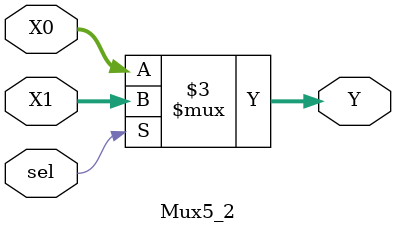
<source format=v>
module Mux5_2(
    input wire [4:0] X0, X1,
    input wire sel,
    output reg [4:0] Y
    );
    
    always @*
      if (sel)
        Y = X1;
      else
        Y = X0;
    
endmodule

</source>
